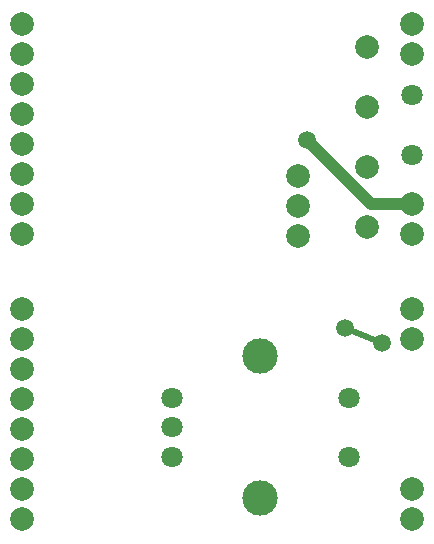
<source format=gtl>
%FSLAX34Y34*%
%MOMM*%
%LNCOPPER_TOP*%
G71*
G01*
%ADD10C, 2.00*%
%ADD11C, 2.00*%
%ADD12C, 1.80*%
%ADD13C, 1.50*%
%ADD14C, 1.00*%
%ADD15C, 1.80*%
%ADD16C, 3.00*%
%ADD17C, 0.50*%
%LPD*%
X371200Y968250D02*
G54D10*
D03*
X371200Y942850D02*
G54D10*
D03*
X41000Y968250D02*
G54D10*
D03*
X41000Y942850D02*
G54D10*
D03*
X41000Y917450D02*
G54D10*
D03*
X41000Y892050D02*
G54D10*
D03*
X41000Y866650D02*
G54D10*
D03*
X41000Y841250D02*
G54D10*
D03*
X371200Y815850D02*
G54D10*
D03*
X371200Y790450D02*
G54D10*
D03*
X41000Y815850D02*
G54D10*
D03*
X41000Y790450D02*
G54D10*
D03*
X274165Y788635D02*
G54D11*
D03*
X274165Y814035D02*
G54D11*
D03*
X274165Y839435D02*
G54D11*
D03*
X333100Y796800D02*
G54D10*
D03*
X333100Y847600D02*
G54D10*
D03*
X333100Y898400D02*
G54D10*
D03*
X333100Y949200D02*
G54D10*
D03*
X371200Y857250D02*
G54D12*
D03*
X371200Y908050D02*
G54D12*
D03*
X282300Y869950D02*
G54D13*
D03*
G54D14*
X371200Y815850D02*
X336400Y815850D01*
X282300Y869950D01*
X371200Y726950D02*
G54D10*
D03*
X371200Y701550D02*
G54D10*
D03*
X41000Y726950D02*
G54D10*
D03*
X41000Y701550D02*
G54D10*
D03*
X41000Y676150D02*
G54D10*
D03*
X41000Y650750D02*
G54D10*
D03*
X41000Y625350D02*
G54D10*
D03*
X41000Y599950D02*
G54D10*
D03*
X371200Y574550D02*
G54D10*
D03*
X371200Y549150D02*
G54D10*
D03*
X41000Y574550D02*
G54D10*
D03*
X41000Y549150D02*
G54D10*
D03*
X167678Y652161D02*
G54D15*
D03*
X167678Y627161D02*
G54D15*
D03*
X167678Y602161D02*
G54D15*
D03*
X317678Y652161D02*
G54D15*
D03*
X317678Y602161D02*
G54D15*
D03*
X242678Y687161D02*
G54D16*
D03*
X242678Y567161D02*
G54D16*
D03*
X346075Y698500D02*
G54D13*
D03*
X314325Y711200D02*
G54D13*
D03*
G54D17*
X314325Y711200D02*
X346075Y698500D01*
M02*

</source>
